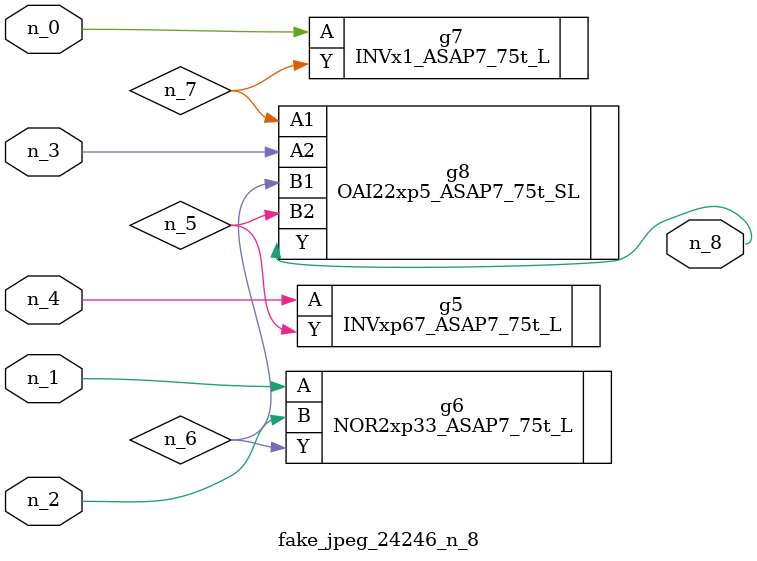
<source format=v>
module fake_jpeg_24246_n_8 (n_3, n_2, n_1, n_0, n_4, n_8);

input n_3;
input n_2;
input n_1;
input n_0;
input n_4;

output n_8;

wire n_6;
wire n_5;
wire n_7;

INVxp67_ASAP7_75t_L g5 ( 
.A(n_4),
.Y(n_5)
);

NOR2xp33_ASAP7_75t_L g6 ( 
.A(n_1),
.B(n_2),
.Y(n_6)
);

INVx1_ASAP7_75t_L g7 ( 
.A(n_0),
.Y(n_7)
);

OAI22xp5_ASAP7_75t_SL g8 ( 
.A1(n_7),
.A2(n_3),
.B1(n_6),
.B2(n_5),
.Y(n_8)
);


endmodule
</source>
